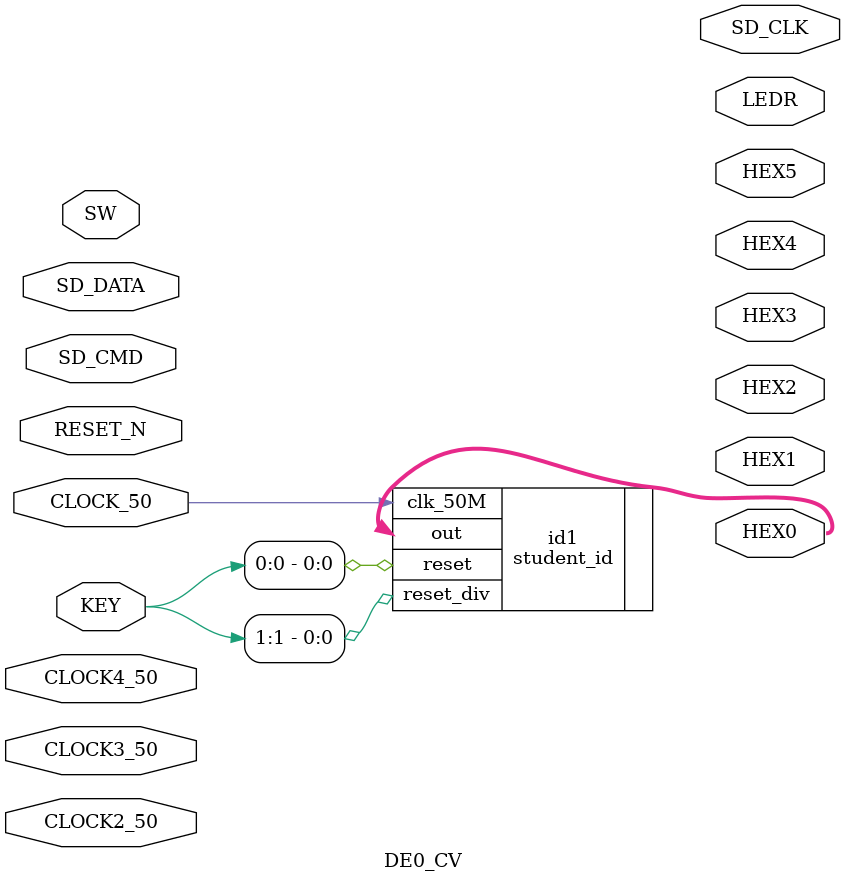
<source format=v>


module DE0_CV(

	//////////// CLOCK //////////
	input 		          		CLOCK_50,
	input 		          		CLOCK2_50,
	input 		          		CLOCK3_50,
	inout 		          		CLOCK4_50,

	//////////// SEG7 //////////
	output		     [6:0]		HEX0,
	output		     [6:0]		HEX1,
	output		     [6:0]		HEX2,
	output		     [6:0]		HEX3,
	output		     [6:0]		HEX4,
	output		     [6:0]		HEX5,

	//////////// KEY //////////
	input 		     [3:0]		KEY,
	input 		          		RESET_N,

	//////////// LED //////////
	output		     [9:0]		LEDR,

	//////////// microSD Card //////////
	output		          		SD_CLK,
	inout 		          		SD_CMD,
	inout 		     [3:0]		SD_DATA,

	//////////// SW //////////
	input 		     [9:0]		SW
);
//=======================================================
//  REG/WIRE declarations
//=======================================================

//=======================================================
//  Structural coding
//=======================================================	
	student_id id1(
		.clk_50M(CLOCK_50),
		.reset(KEY[0]),
		.reset_div(KEY[1]),
		.out(HEX0)
	);
endmodule

</source>
